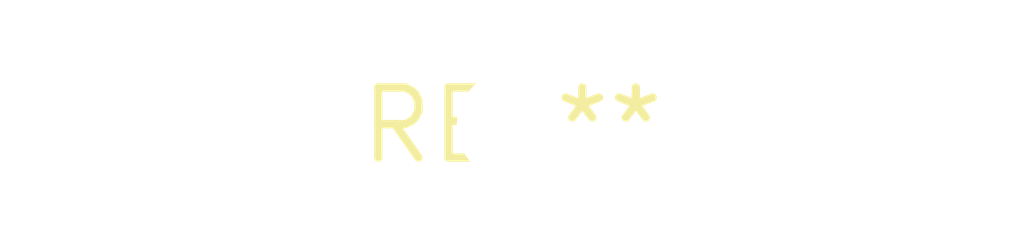
<source format=kicad_pcb>
(kicad_pcb (version 20240108) (generator pcbnew)
  (layers (0 "F.Cu" signal) (31 "B.Cu" signal) (34 "B.Paste" user) (35 "F.Paste" user) (36 "B.SilkS" user "B.Silkscreen") (37 "F.SilkS" user "F.Silkscreen") (38 "B.Mask" user) (39 "F.Mask" user) (44 "Edge.Cuts" user))
  (net 0 "")
  (footprint "MountingHole_2mm" (layer "F.Cu") (at 0 0)
    (property "Reference" "REF**")
    (property "Value" "MountingHole_2mm")
    (pad "" np_thru_hole circle (at 0 0) (size 2 2) (drill 2) (layers *.Cu *.Mask))
  )
)
</source>
